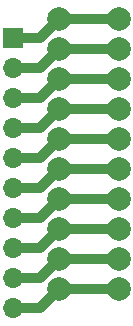
<source format=gbl>
G04 #@! TF.GenerationSoftware,KiCad,Pcbnew,7.0.7*
G04 #@! TF.CreationDate,2023-11-28T10:34:37+01:00*
G04 #@! TF.ProjectId,wago kf141r adapter,7761676f-206b-4663-9134-317220616461,rev?*
G04 #@! TF.SameCoordinates,Original*
G04 #@! TF.FileFunction,Copper,L2,Bot*
G04 #@! TF.FilePolarity,Positive*
%FSLAX46Y46*%
G04 Gerber Fmt 4.6, Leading zero omitted, Abs format (unit mm)*
G04 Created by KiCad (PCBNEW 7.0.7) date 2023-11-28 10:34:37*
%MOMM*%
%LPD*%
G01*
G04 APERTURE LIST*
G04 #@! TA.AperFunction,ComponentPad*
%ADD10R,1.700000X1.700000*%
G04 #@! TD*
G04 #@! TA.AperFunction,ComponentPad*
%ADD11O,1.700000X1.700000*%
G04 #@! TD*
G04 #@! TA.AperFunction,ComponentPad*
%ADD12C,2.000000*%
G04 #@! TD*
G04 #@! TA.AperFunction,Conductor*
%ADD13C,0.812800*%
G04 #@! TD*
G04 APERTURE END LIST*
D10*
X138430000Y-75570000D03*
D11*
X138430000Y-78110000D03*
X138430000Y-80650000D03*
X138430000Y-83190000D03*
X138430000Y-85730000D03*
X138430000Y-88270000D03*
X138430000Y-90810000D03*
X138430000Y-93350000D03*
X138430000Y-95890000D03*
X138430000Y-98430000D03*
D12*
X147350000Y-73980000D03*
X142270000Y-73980000D03*
X147350000Y-76520000D03*
X142270000Y-76520000D03*
X147350000Y-79060000D03*
X142270000Y-79060000D03*
X147350000Y-81600000D03*
X142270000Y-81600000D03*
X147350000Y-84140000D03*
X142270000Y-84140000D03*
X147350000Y-86680000D03*
X142270000Y-86680000D03*
X147350000Y-89220000D03*
X142270000Y-89220000D03*
X147350000Y-91760000D03*
X142270000Y-91760000D03*
X147350000Y-94300000D03*
X142270000Y-94300000D03*
X147350000Y-96840000D03*
X142270000Y-96840000D03*
D13*
X140680000Y-98430000D02*
X142270000Y-96840000D01*
X138430000Y-98430000D02*
X140680000Y-98430000D01*
X140680000Y-95890000D02*
X142270000Y-94300000D01*
X138430000Y-95890000D02*
X140680000Y-95890000D01*
X140680000Y-93350000D02*
X142270000Y-91760000D01*
X138430000Y-93350000D02*
X140680000Y-93350000D01*
X140680000Y-90810000D02*
X142270000Y-89220000D01*
X140680000Y-88270000D02*
X142270000Y-86680000D01*
X140680000Y-85730000D02*
X142270000Y-84140000D01*
X140680000Y-80650000D02*
X142270000Y-79060000D01*
X140680000Y-78110000D02*
X142270000Y-76520000D01*
X140680000Y-75570000D02*
X142270000Y-73980000D01*
X138430000Y-75570000D02*
X140680000Y-75570000D01*
X147350000Y-79060000D02*
X142270000Y-79060000D01*
X142270000Y-76520000D02*
X147350000Y-76520000D01*
X147350000Y-89220000D02*
X142270000Y-89220000D01*
X147350000Y-94300000D02*
X142270000Y-94300000D01*
X138430000Y-80650000D02*
X140680000Y-80650000D01*
X142270000Y-81600000D02*
X147350000Y-81600000D01*
X142270000Y-86680000D02*
X147350000Y-86680000D01*
X142270000Y-96840000D02*
X147350000Y-96840000D01*
X138430000Y-88270000D02*
X140680000Y-88270000D01*
X142270000Y-91760000D02*
X147350000Y-91760000D01*
X138430000Y-90810000D02*
X140680000Y-90810000D01*
X138430000Y-83190000D02*
X140680000Y-83190000D01*
X138430000Y-78110000D02*
X140680000Y-78110000D01*
X138430000Y-85730000D02*
X140680000Y-85730000D01*
X147350000Y-84140000D02*
X142270000Y-84140000D01*
X140680000Y-83190000D02*
X142270000Y-81600000D01*
X147350000Y-73980000D02*
X142270000Y-73980000D01*
M02*

</source>
